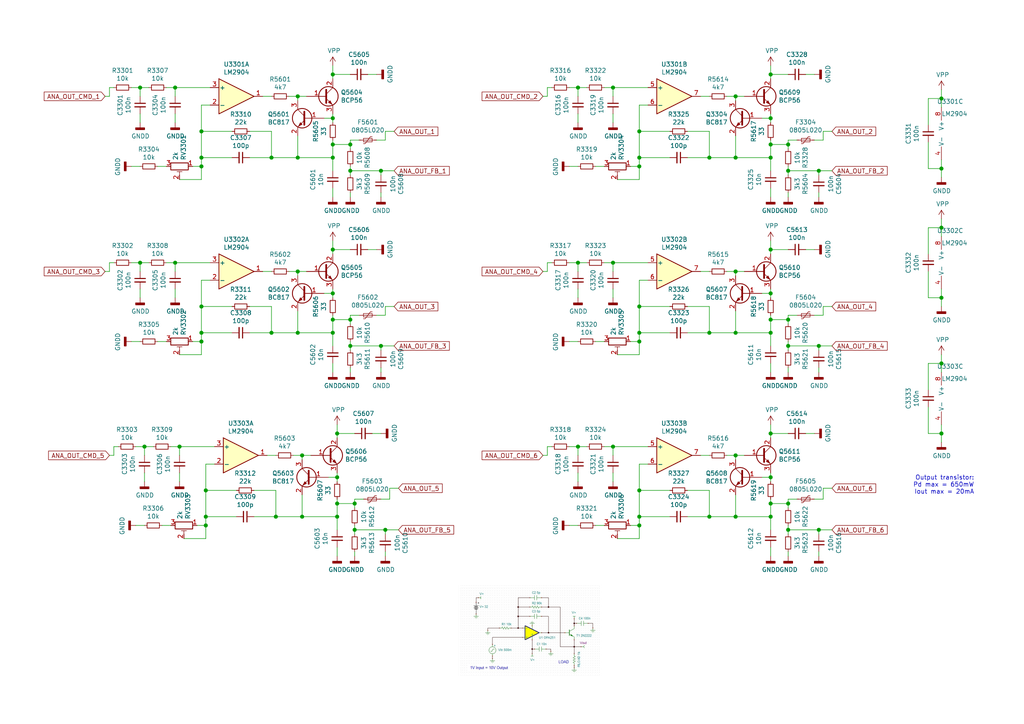
<source format=kicad_sch>
(kicad_sch (version 20211123) (generator eeschema)
  (paper "A4")
  (lib_symbols
    (symbol "Amplifier_Operational:LM2904" (pin_names (offset 0.127))
      (property "Reference" "U" (at 0 5.08 0))
      (property "Value" "LM2904" (at 0 -5.08 0))
      (symbol "LM2904_1_1"
        (pin output line (at 7.62 0 180) (length 2.54) (name "~") (number "1"))
        (pin input line (at -7.62 -2.54 0) (length 2.54) (name "-") (number "2"))
        (pin input line (at -7.62 2.54 0) (length 2.54) (name "+") (number "3"))
      )
      (symbol "LM2904_2_1"
        (pin input line (at -7.62 2.54 0) (length 2.54) (name "+") (number "5"))
        (pin input line (at -7.62 -2.54 0) (length 2.54) (name "-") (number "6"))
        (pin output line (at 7.62 0 180) (length 2.54) (name "~") (number "7"))
      )
      (symbol "LM2904_3_1"
        (pin power_in line (at -2.54 -7.62 90) (length 3.81) (name "V-") (number "4"))
        (pin power_in line (at -2.54 7.62 270) (length 3.81) (name "V+") (number "8"))
      )
    )
    (symbol "Device:C_Small" (pin_numbers hide) (pin_names (offset 0.254) hide)
      (property "Reference" "C" (at 0.254 1.778 0))
      (property "Value" "C_Small" (at 0.254 -2.032 0))
      (symbol "C_Small_1_1"
        (pin passive line (at 0 2.54 270) (length 2.032) (name "~") (number "1"))
        (pin passive line (at 0 -2.54 90) (length 2.032) (name "~") (number "2"))
      )
    )
    (symbol "Device:Polyfuse_Small" (pin_numbers hide) (pin_names (offset 0))
      (property "Reference" "F" (at -1.905 0 90))
      (property "Value" "Polyfuse_Small" (at 1.905 0 90))
      (symbol "Polyfuse_Small_1_1"
        (pin passive line (at 0 2.54 270) (length 0.635) (name "~") (number "1"))
        (pin passive line (at 0 -2.54 90) (length 0.635) (name "~") (number "2"))
      )
    )
    (symbol "Device:R_POT_TRIM" (pin_names (offset 1.016) hide)
      (property "Reference" "RV" (at -4.445 0 90))
      (property "Value" "R_POT_TRIM" (at -2.54 0 90))
      (symbol "R_POT_TRIM_1_1"
        (pin passive line (at 0 3.81 270) (length 1.27) (name "1") (number "1"))
        (pin passive line (at 3.81 0 180) (length 1.27) (name "2") (number "2"))
        (pin passive line (at 0 -3.81 90) (length 1.27) (name "3") (number "3"))
      )
    )
    (symbol "Device:R_Small" (pin_numbers hide) (pin_names (offset 0.254) hide)
      (property "Reference" "R" (at 0.762 0.508 0))
      (property "Value" "R_Small" (at 0.762 -1.016 0))
      (symbol "R_Small_1_1"
        (pin passive line (at 0 2.54 270) (length 0.762) (name "~") (number "1"))
        (pin passive line (at 0 -2.54 90) (length 0.762) (name "~") (number "2"))
      )
    )
    (symbol "Transistor_BJT:BC817" (pin_names (offset 0) hide)
      (property "Reference" "Q" (at 5.08 1.905 0))
      (property "Value" "BC817" (at 5.08 0 0))
      (symbol "BC817_1_1"
        (pin input line (at -5.08 0 0) (length 5.715) (name "B") (number "1"))
        (pin passive line (at 2.54 -5.08 90) (length 2.54) (name "E") (number "2"))
        (pin passive line (at 2.54 5.08 270) (length 2.54) (name "C") (number "3"))
      )
    )
    (symbol "Transistor_BJT:BCP56" (pin_names (offset 0) hide)
      (property "Reference" "Q" (at 5.08 1.905 0))
      (property "Value" "BCP56" (at 5.08 0 0))
      (symbol "BCP56_1_1"
        (pin input line (at -5.08 0 0) (length 5.715) (name "B") (number "1"))
        (pin passive line (at 2.54 5.08 270) (length 2.54) (name "C") (number "2"))
        (pin passive line (at 2.54 -5.08 90) (length 2.54) (name "E") (number "3"))
        (pin passive line (at 2.54 5.08 270) (length 2.54) hide (name "C") (number "4"))
      )
    )
    (symbol "power:GNDD" (power) (pin_names (offset 0))
      (property "Value" "GNDD" (at 0 -3.175 0))
      (symbol "GNDD_1_1"
        (pin power_in line (at 0 0 270) (length 0) hide (name "GNDD") (number "1"))
      )
    )
    (symbol "power:VPP" (power) (pin_names (offset 0))
      (property "Value" "VPP" (at 0 3.81 0))
      (symbol "VPP_1_1"
        (pin power_in line (at 0 0 90) (length 0) hide (name "VPP") (number "1"))
      )
    )
  )
  (junction (at 223.52 85.09) (diameter 1.016))
  (junction (at 59.69 142.24) (diameter 1.016))
  (junction (at 237.49 100.33) (diameter 1.016))
  (junction (at 110.49 100.33) (diameter 1.016))
  (junction (at 58.42 96.52) (diameter 1.016))
  (junction (at 167.64 76.2) (diameter 1.016))
  (junction (at 87.63 149.86) (diameter 1.016))
  (junction (at 96.52 21.59) (diameter 1.016))
  (junction (at 223.52 96.52) (diameter 1.016))
  (junction (at 177.8 25.4) (diameter 1.016))
  (junction (at 87.63 132.08) (diameter 1.016))
  (junction (at 59.69 152.4) (diameter 1.016))
  (junction (at 185.42 99.06) (diameter 1.016))
  (junction (at 213.36 27.94) (diameter 1.016))
  (junction (at 59.69 149.86) (diameter 1.016))
  (junction (at 58.42 88.9) (diameter 1.016))
  (junction (at 86.36 27.94) (diameter 1.016))
  (junction (at 237.49 153.67) (diameter 1.016))
  (junction (at 177.8 129.54) (diameter 1.016))
  (junction (at 101.6 92.71) (diameter 1.016))
  (junction (at 223.52 146.05) (diameter 1.016))
  (junction (at 96.52 41.91) (diameter 1.016))
  (junction (at 111.76 153.67) (diameter 1.016))
  (junction (at 50.8 76.2) (diameter 1.016))
  (junction (at 205.74 149.86) (diameter 1.016))
  (junction (at 101.6 41.91) (diameter 1.016))
  (junction (at 185.42 149.86) (diameter 1.016))
  (junction (at 223.52 125.73) (diameter 1.016))
  (junction (at 223.52 92.71) (diameter 1.016))
  (junction (at 185.42 142.24) (diameter 1.016))
  (junction (at 273.05 66.04) (diameter 1.016))
  (junction (at 97.79 125.73) (diameter 1.016))
  (junction (at 273.05 125.73) (diameter 1.016))
  (junction (at 86.36 45.72) (diameter 1.016))
  (junction (at 213.36 96.52) (diameter 1.016))
  (junction (at 213.36 132.08) (diameter 1.016))
  (junction (at 228.6 100.33) (diameter 1.016))
  (junction (at 228.6 153.67) (diameter 1.016))
  (junction (at 223.52 34.29) (diameter 1.016))
  (junction (at 58.42 48.26) (diameter 1.016))
  (junction (at 96.52 34.29) (diameter 1.016))
  (junction (at 185.42 45.72) (diameter 1.016))
  (junction (at 40.64 25.4) (diameter 1.016))
  (junction (at 228.6 146.05) (diameter 1.016))
  (junction (at 213.36 149.86) (diameter 1.016))
  (junction (at 228.6 49.53) (diameter 1.016))
  (junction (at 223.52 45.72) (diameter 1.016))
  (junction (at 97.79 138.43) (diameter 1.016))
  (junction (at 185.42 152.4) (diameter 1.016))
  (junction (at 96.52 92.71) (diameter 1.016))
  (junction (at 96.52 72.39) (diameter 1.016))
  (junction (at 58.42 45.72) (diameter 1.016))
  (junction (at 52.07 129.54) (diameter 1.016))
  (junction (at 40.64 76.2) (diameter 1.016))
  (junction (at 102.87 153.67) (diameter 1.016))
  (junction (at 58.42 38.1) (diameter 1.016))
  (junction (at 237.49 49.53) (diameter 1.016))
  (junction (at 273.05 28.575) (diameter 1.016))
  (junction (at 97.79 149.86) (diameter 1.016))
  (junction (at 86.36 96.52) (diameter 1.016))
  (junction (at 223.52 149.86) (diameter 1.016))
  (junction (at 97.79 146.05) (diameter 1.016))
  (junction (at 223.52 41.91) (diameter 1.016))
  (junction (at 80.01 149.86) (diameter 1.016))
  (junction (at 110.49 49.53) (diameter 1.016))
  (junction (at 228.6 92.71) (diameter 1.016))
  (junction (at 96.52 96.52) (diameter 1.016))
  (junction (at 228.6 41.91) (diameter 1.016))
  (junction (at 273.05 86.36) (diameter 1.016))
  (junction (at 41.91 129.54) (diameter 1.016))
  (junction (at 205.74 45.72) (diameter 1.016))
  (junction (at 185.42 88.9) (diameter 1.016))
  (junction (at 213.36 78.74) (diameter 1.016))
  (junction (at 177.8 76.2) (diameter 1.016))
  (junction (at 167.64 25.4) (diameter 1.016))
  (junction (at 86.36 78.74) (diameter 1.016))
  (junction (at 50.8 25.4) (diameter 1.016))
  (junction (at 78.74 45.72) (diameter 1.016))
  (junction (at 205.74 96.52) (diameter 1.016))
  (junction (at 185.42 38.1) (diameter 1.016))
  (junction (at 101.6 49.53) (diameter 1.016))
  (junction (at 185.42 96.52) (diameter 1.016))
  (junction (at 185.42 48.26) (diameter 1.016))
  (junction (at 96.52 85.09) (diameter 1.016))
  (junction (at 78.74 96.52) (diameter 1.016))
  (junction (at 58.42 99.06) (diameter 1.016))
  (junction (at 273.05 105.41) (diameter 1.016))
  (junction (at 167.64 129.54) (diameter 1.016))
  (junction (at 101.6 100.33) (diameter 1.016))
  (junction (at 102.87 146.05) (diameter 1.016))
  (junction (at 213.36 45.72) (diameter 1.016))
  (junction (at 223.52 138.43) (diameter 1.016))
  (junction (at 223.52 72.39) (diameter 1.016))
  (junction (at 273.05 48.895) (diameter 1.016))
  (junction (at 96.52 45.72) (diameter 1.016))
  (junction (at 223.52 21.59) (diameter 1.016))
  (wire (pts (xy 111.76 153.67) (xy 115.57 153.67)))
  (wire (pts (xy 223.52 96.52) (xy 223.52 100.33)))
  (wire (pts (xy 199.39 149.86) (xy 205.74 149.86)))
  (wire (pts (xy 228.6 100.33) (xy 228.6 101.6)))
  (wire (pts (xy 96.52 96.52) (xy 86.36 96.52)))
  (wire (pts (xy 39.37 129.54) (xy 41.91 129.54)))
  (wire (pts (xy 223.52 137.16) (xy 223.52 138.43)))
  (wire (pts (xy 228.6 48.26) (xy 228.6 49.53)))
  (wire (pts (xy 223.52 83.82) (xy 223.52 85.09)))
  (wire (pts (xy 273.05 86.36) (xy 273.05 83.82)))
  (wire (pts (xy 73.66 142.24) (xy 80.01 142.24)))
  (wire (pts (xy 59.69 134.62) (xy 62.23 134.62)))
  (wire (pts (xy 102.87 152.4) (xy 102.87 153.67)))
  (wire (pts (xy 185.42 30.48) (xy 185.42 38.1)))
  (wire (pts (xy 158.75 129.54) (xy 160.02 129.54)))
  (wire (pts (xy 177.8 76.2) (xy 187.96 76.2)))
  (wire (pts (xy 96.52 34.29) (xy 96.52 35.56)))
  (wire (pts (xy 185.42 134.62) (xy 185.42 142.24)))
  (wire (pts (xy 101.6 91.44) (xy 104.14 91.44)))
  (wire (pts (xy 199.39 142.24) (xy 205.74 142.24)))
  (wire (pts (xy 175.26 129.54) (xy 177.8 129.54)))
  (wire (pts (xy 223.52 91.44) (xy 223.52 92.71)))
  (wire (pts (xy 223.52 69.85) (xy 223.52 72.39)))
  (wire (pts (xy 185.42 99.06) (xy 185.42 102.87)))
  (wire (pts (xy 109.22 40.64) (xy 111.76 40.64)))
  (wire (pts (xy 228.6 40.64) (xy 231.14 40.64)))
  (wire (pts (xy 199.39 96.52) (xy 205.74 96.52)))
  (wire (pts (xy 223.52 34.29) (xy 223.52 35.56)))
  (wire (pts (xy 273.05 48.895) (xy 273.05 46.355)))
  (wire (pts (xy 33.02 129.54) (xy 34.29 129.54)))
  (wire (pts (xy 228.6 40.64) (xy 228.6 41.91)))
  (wire (pts (xy 194.31 142.24) (xy 185.42 142.24)))
  (wire (pts (xy 228.6 152.4) (xy 228.6 153.67)))
  (wire (pts (xy 40.64 76.2) (xy 40.64 78.74)))
  (wire (pts (xy 185.42 48.26) (xy 185.42 52.07)))
  (wire (pts (xy 269.24 86.36) (xy 273.05 86.36)))
  (wire (pts (xy 220.98 138.43) (xy 223.52 138.43)))
  (wire (pts (xy 58.42 38.1) (xy 58.42 45.72)))
  (wire (pts (xy 237.49 100.33) (xy 237.49 101.6)))
  (wire (pts (xy 106.68 72.39) (xy 109.22 72.39)))
  (wire (pts (xy 96.52 92.71) (xy 101.6 92.71)))
  (wire (pts (xy 86.36 78.74) (xy 88.9 78.74)))
  (wire (pts (xy 57.15 152.4) (xy 59.69 152.4)))
  (wire (pts (xy 185.42 81.28) (xy 185.42 88.9)))
  (wire (pts (xy 50.8 25.4) (xy 50.8 27.94)))
  (wire (pts (xy 223.52 105.41) (xy 223.52 107.95)))
  (wire (pts (xy 101.6 49.53) (xy 101.6 50.8)))
  (wire (pts (xy 210.82 132.08) (xy 213.36 132.08)))
  (wire (pts (xy 58.42 30.48) (xy 58.42 38.1)))
  (wire (pts (xy 203.2 132.08) (xy 205.74 132.08)))
  (wire (pts (xy 228.6 91.44) (xy 231.14 91.44)))
  (wire (pts (xy 102.87 144.78) (xy 102.87 146.05)))
  (wire (pts (xy 185.42 152.4) (xy 185.42 149.86)))
  (wire (pts (xy 101.6 49.53) (xy 110.49 49.53)))
  (wire (pts (xy 33.02 132.08) (xy 33.02 129.54)))
  (wire (pts (xy 213.36 27.94) (xy 215.9 27.94)))
  (wire (pts (xy 199.39 88.9) (xy 205.74 88.9)))
  (wire (pts (xy 97.79 125.73) (xy 102.87 125.73)))
  (wire (pts (xy 96.52 72.39) (xy 101.6 72.39)))
  (wire (pts (xy 97.79 158.75) (xy 97.79 161.29)))
  (wire (pts (xy 73.66 149.86) (xy 80.01 149.86)))
  (wire (pts (xy 165.1 25.4) (xy 167.64 25.4)))
  (wire (pts (xy 87.63 149.86) (xy 80.01 149.86)))
  (wire (pts (xy 97.79 146.05) (xy 102.87 146.05)))
  (wire (pts (xy 110.49 55.88) (xy 110.49 57.15)))
  (wire (pts (xy 72.39 88.9) (xy 78.74 88.9)))
  (wire (pts (xy 238.76 38.1) (xy 238.76 40.64)))
  (wire (pts (xy 241.3 38.1) (xy 238.76 38.1)))
  (wire (pts (xy 97.79 149.86) (xy 97.79 153.67)))
  (wire (pts (xy 53.34 156.21) (xy 59.69 156.21)))
  (wire (pts (xy 55.88 48.26) (xy 58.42 48.26)))
  (wire (pts (xy 87.63 132.08) (xy 87.63 133.35)))
  (wire (pts (xy 223.52 19.05) (xy 223.52 21.59)))
  (wire (pts (xy 111.76 38.1) (xy 111.76 40.64)))
  (wire (pts (xy 114.3 38.1) (xy 111.76 38.1)))
  (wire (pts (xy 273.05 105.41) (xy 273.05 107.95)))
  (wire (pts (xy 237.49 160.02) (xy 237.49 161.29)))
  (wire (pts (xy 185.42 96.52) (xy 194.31 96.52)))
  (wire (pts (xy 40.64 99.06) (xy 38.1 99.06)))
  (wire (pts (xy 96.52 45.72) (xy 96.52 49.53)))
  (wire (pts (xy 167.64 137.16) (xy 167.64 139.7)))
  (wire (pts (xy 101.6 40.64) (xy 104.14 40.64)))
  (wire (pts (xy 40.64 25.4) (xy 43.18 25.4)))
  (wire (pts (xy 106.68 21.59) (xy 109.22 21.59)))
  (wire (pts (xy 220.98 85.09) (xy 223.52 85.09)))
  (wire (pts (xy 95.25 138.43) (xy 97.79 138.43)))
  (wire (pts (xy 96.52 85.09) (xy 96.52 86.36)))
  (wire (pts (xy 223.52 92.71) (xy 228.6 92.71)))
  (wire (pts (xy 48.26 48.26) (xy 45.72 48.26)))
  (wire (pts (xy 49.53 152.4) (xy 46.99 152.4)))
  (wire (pts (xy 31.75 25.4) (xy 33.02 25.4)))
  (wire (pts (xy 223.52 92.71) (xy 223.52 96.52)))
  (wire (pts (xy 228.6 160.02) (xy 228.6 161.29)))
  (wire (pts (xy 93.98 34.29) (xy 96.52 34.29)))
  (wire (pts (xy 87.63 132.08) (xy 90.17 132.08)))
  (wire (pts (xy 175.26 99.06) (xy 172.72 99.06)))
  (wire (pts (xy 167.64 25.4) (xy 167.64 27.94)))
  (wire (pts (xy 158.75 78.74) (xy 158.75 76.2)))
  (wire (pts (xy 52.07 129.54) (xy 52.07 132.08)))
  (wire (pts (xy 83.82 27.94) (xy 86.36 27.94)))
  (wire (pts (xy 213.36 78.74) (xy 215.9 78.74)))
  (wire (pts (xy 220.98 34.29) (xy 223.52 34.29)))
  (wire (pts (xy 273.05 28.575) (xy 273.05 26.035)))
  (wire (pts (xy 55.88 99.06) (xy 58.42 99.06)))
  (wire (pts (xy 157.48 132.08) (xy 158.75 132.08)))
  (wire (pts (xy 238.76 88.9) (xy 238.76 91.44)))
  (wire (pts (xy 241.3 88.9) (xy 238.76 88.9)))
  (wire (pts (xy 86.36 45.72) (xy 78.74 45.72)))
  (wire (pts (xy 102.87 144.78) (xy 105.41 144.78)))
  (wire (pts (xy 59.69 142.24) (xy 59.69 149.86)))
  (wire (pts (xy 228.6 100.33) (xy 237.49 100.33)))
  (wire (pts (xy 237.49 55.88) (xy 237.49 57.15)))
  (wire (pts (xy 223.52 72.39) (xy 228.6 72.39)))
  (wire (pts (xy 238.76 141.605) (xy 238.76 144.78)))
  (wire (pts (xy 241.3 141.605) (xy 238.76 141.605)))
  (wire (pts (xy 194.31 38.1) (xy 185.42 38.1)))
  (wire (pts (xy 101.6 41.91) (xy 101.6 43.18)))
  (wire (pts (xy 101.6 40.64) (xy 101.6 41.91)))
  (wire (pts (xy 158.75 76.2) (xy 160.02 76.2)))
  (wire (pts (xy 167.64 48.26) (xy 165.1 48.26)))
  (wire (pts (xy 77.47 132.08) (xy 80.01 132.08)))
  (wire (pts (xy 167.64 83.82) (xy 167.64 86.36)))
  (wire (pts (xy 273.05 48.895) (xy 273.05 51.435)))
  (wire (pts (xy 96.52 91.44) (xy 96.52 92.71)))
  (wire (pts (xy 167.64 33.02) (xy 167.64 35.56)))
  (wire (pts (xy 58.42 48.26) (xy 58.42 52.07)))
  (wire (pts (xy 59.69 149.86) (xy 68.58 149.86)))
  (wire (pts (xy 177.8 25.4) (xy 187.96 25.4)))
  (wire (pts (xy 59.69 152.4) (xy 59.69 156.21)))
  (wire (pts (xy 48.26 99.06) (xy 45.72 99.06)))
  (wire (pts (xy 223.52 149.86) (xy 223.52 153.67)))
  (wire (pts (xy 97.79 146.05) (xy 97.79 149.86)))
  (wire (pts (xy 236.22 144.78) (xy 238.76 144.78)))
  (wire (pts (xy 101.6 100.33) (xy 101.6 101.6)))
  (wire (pts (xy 185.42 48.26) (xy 185.42 45.72)))
  (wire (pts (xy 223.52 85.09) (xy 223.52 86.36)))
  (wire (pts (xy 269.24 73.66) (xy 269.24 66.04)))
  (wire (pts (xy 102.87 153.67) (xy 102.87 154.94)))
  (wire (pts (xy 213.36 90.17) (xy 213.36 96.52)))
  (wire (pts (xy 210.82 78.74) (xy 213.36 78.74)))
  (wire (pts (xy 52.07 52.07) (xy 58.42 52.07)))
  (wire (pts (xy 96.52 45.72) (xy 86.36 45.72)))
  (wire (pts (xy 213.36 27.94) (xy 213.36 29.21)))
  (wire (pts (xy 177.8 33.02) (xy 177.8 35.56)))
  (wire (pts (xy 97.79 138.43) (xy 97.79 139.7)))
  (wire (pts (xy 97.79 123.19) (xy 97.79 125.73)))
  (wire (pts (xy 50.8 25.4) (xy 60.96 25.4)))
  (wire (pts (xy 58.42 96.52) (xy 67.31 96.52)))
  (wire (pts (xy 31.75 132.08) (xy 33.02 132.08)))
  (wire (pts (xy 76.2 27.94) (xy 78.74 27.94)))
  (wire (pts (xy 269.24 36.195) (xy 269.24 28.575)))
  (wire (pts (xy 167.64 76.2) (xy 167.64 78.74)))
  (wire (pts (xy 185.42 38.1) (xy 185.42 45.72)))
  (wire (pts (xy 110.49 49.53) (xy 114.3 49.53)))
  (wire (pts (xy 31.75 27.94) (xy 31.75 25.4)))
  (wire (pts (xy 205.74 38.1) (xy 205.74 45.72)))
  (wire (pts (xy 273.05 66.04) (xy 273.05 68.58)))
  (wire (pts (xy 41.91 137.16) (xy 41.91 139.7)))
  (wire (pts (xy 165.1 129.54) (xy 167.64 129.54)))
  (wire (pts (xy 236.22 91.44) (xy 238.76 91.44)))
  (wire (pts (xy 50.8 76.2) (xy 60.96 76.2)))
  (wire (pts (xy 167.64 76.2) (xy 170.18 76.2)))
  (wire (pts (xy 96.52 105.41) (xy 96.52 107.95)))
  (wire (pts (xy 185.42 142.24) (xy 185.42 149.86)))
  (wire (pts (xy 185.42 152.4) (xy 185.42 156.21)))
  (wire (pts (xy 223.52 45.72) (xy 223.52 49.53)))
  (wire (pts (xy 96.52 21.59) (xy 101.6 21.59)))
  (wire (pts (xy 228.6 99.06) (xy 228.6 100.33)))
  (wire (pts (xy 41.91 152.4) (xy 39.37 152.4)))
  (wire (pts (xy 228.6 92.71) (xy 228.6 93.98)))
  (wire (pts (xy 237.49 100.33) (xy 241.3 100.33)))
  (wire (pts (xy 86.36 90.17) (xy 86.36 96.52)))
  (wire (pts (xy 203.2 78.74) (xy 205.74 78.74)))
  (wire (pts (xy 158.75 25.4) (xy 160.02 25.4)))
  (wire (pts (xy 41.91 129.54) (xy 44.45 129.54)))
  (wire (pts (xy 177.8 129.54) (xy 177.8 132.08)))
  (wire (pts (xy 167.64 129.54) (xy 167.64 132.08)))
  (wire (pts (xy 85.09 132.08) (xy 87.63 132.08)))
  (wire (pts (xy 213.36 132.08) (xy 215.9 132.08)))
  (wire (pts (xy 199.39 45.72) (xy 205.74 45.72)))
  (wire (pts (xy 185.42 30.48) (xy 187.96 30.48)))
  (wire (pts (xy 269.24 28.575) (xy 273.05 28.575)))
  (wire (pts (xy 87.63 143.51) (xy 87.63 149.86)))
  (wire (pts (xy 273.05 105.41) (xy 273.05 102.87)))
  (wire (pts (xy 213.36 45.72) (xy 205.74 45.72)))
  (wire (pts (xy 101.6 106.68) (xy 101.6 107.95)))
  (wire (pts (xy 223.52 41.91) (xy 228.6 41.91)))
  (wire (pts (xy 228.6 106.68) (xy 228.6 107.95)))
  (wire (pts (xy 273.05 125.73) (xy 273.05 128.27)))
  (wire (pts (xy 72.39 38.1) (xy 78.74 38.1)))
  (wire (pts (xy 237.49 49.53) (xy 237.49 50.8)))
  (wire (pts (xy 179.07 52.07) (xy 185.42 52.07)))
  (wire (pts (xy 223.52 96.52) (xy 213.36 96.52)))
  (wire (pts (xy 177.8 129.54) (xy 187.96 129.54)))
  (wire (pts (xy 228.6 144.78) (xy 228.6 146.05)))
  (wire (pts (xy 213.36 96.52) (xy 205.74 96.52)))
  (wire (pts (xy 101.6 91.44) (xy 101.6 92.71)))
  (wire (pts (xy 86.36 39.37) (xy 86.36 45.72)))
  (wire (pts (xy 31.75 76.2) (xy 33.02 76.2)))
  (wire (pts (xy 269.24 118.11) (xy 269.24 125.73)))
  (wire (pts (xy 86.36 96.52) (xy 78.74 96.52)))
  (wire (pts (xy 111.76 160.02) (xy 111.76 161.29)))
  (wire (pts (xy 182.88 48.26) (xy 185.42 48.26)))
  (wire (pts (xy 38.1 25.4) (xy 40.64 25.4)))
  (wire (pts (xy 96.52 96.52) (xy 96.52 100.33)))
  (wire (pts (xy 52.07 102.87) (xy 58.42 102.87)))
  (wire (pts (xy 182.88 152.4) (xy 185.42 152.4)))
  (wire (pts (xy 228.6 91.44) (xy 228.6 92.71)))
  (wire (pts (xy 50.8 33.02) (xy 50.8 35.56)))
  (wire (pts (xy 205.74 88.9) (xy 205.74 96.52)))
  (wire (pts (xy 102.87 146.05) (xy 102.87 147.32)))
  (wire (pts (xy 96.52 69.85) (xy 96.52 72.39)))
  (wire (pts (xy 40.64 48.26) (xy 38.1 48.26)))
  (wire (pts (xy 179.07 156.21) (xy 185.42 156.21)))
  (wire (pts (xy 96.52 21.59) (xy 96.52 22.86)))
  (wire (pts (xy 80.01 142.24) (xy 80.01 149.86)))
  (wire (pts (xy 203.2 27.94) (xy 205.74 27.94)))
  (wire (pts (xy 158.75 132.08) (xy 158.75 129.54)))
  (wire (pts (xy 107.95 125.73) (xy 110.49 125.73)))
  (wire (pts (xy 228.6 153.67) (xy 228.6 154.94)))
  (wire (pts (xy 205.74 142.24) (xy 205.74 149.86)))
  (wire (pts (xy 185.42 134.62) (xy 187.96 134.62)))
  (wire (pts (xy 213.36 143.51) (xy 213.36 149.86)))
  (wire (pts (xy 97.79 125.73) (xy 97.79 127)))
  (wire (pts (xy 96.52 41.91) (xy 101.6 41.91)))
  (wire (pts (xy 40.64 76.2) (xy 43.18 76.2)))
  (wire (pts (xy 177.8 137.16) (xy 177.8 139.7)))
  (wire (pts (xy 228.6 55.88) (xy 228.6 57.15)))
  (wire (pts (xy 97.79 144.78) (xy 97.79 146.05)))
  (wire (pts (xy 223.52 33.02) (xy 223.52 34.29)))
  (wire (pts (xy 223.52 146.05) (xy 228.6 146.05)))
  (wire (pts (xy 101.6 99.06) (xy 101.6 100.33)))
  (wire (pts (xy 223.52 138.43) (xy 223.52 139.7)))
  (wire (pts (xy 101.6 55.88) (xy 101.6 57.15)))
  (wire (pts (xy 237.49 49.53) (xy 241.3 49.53)))
  (wire (pts (xy 96.52 54.61) (xy 96.52 57.15)))
  (wire (pts (xy 273.05 86.36) (xy 273.05 88.9)))
  (wire (pts (xy 72.39 45.72) (xy 78.74 45.72)))
  (wire (pts (xy 78.74 38.1) (xy 78.74 45.72)))
  (wire (pts (xy 110.49 100.33) (xy 114.3 100.33)))
  (wire (pts (xy 199.39 38.1) (xy 205.74 38.1)))
  (wire (pts (xy 175.26 25.4) (xy 177.8 25.4)))
  (wire (pts (xy 40.64 25.4) (xy 40.64 27.94)))
  (wire (pts (xy 223.52 21.59) (xy 223.52 22.86)))
  (wire (pts (xy 78.74 88.9) (xy 78.74 96.52)))
  (wire (pts (xy 110.49 100.33) (xy 110.49 101.6)))
  (wire (pts (xy 167.64 152.4) (xy 165.1 152.4)))
  (wire (pts (xy 58.42 48.26) (xy 58.42 45.72)))
  (wire (pts (xy 167.64 129.54) (xy 170.18 129.54)))
  (wire (pts (xy 158.75 27.94) (xy 158.75 25.4)))
  (wire (pts (xy 58.42 81.28) (xy 58.42 88.9)))
  (wire (pts (xy 269.24 105.41) (xy 273.05 105.41)))
  (wire (pts (xy 269.24 125.73) (xy 273.05 125.73)))
  (wire (pts (xy 96.52 33.02) (xy 96.52 34.29)))
  (wire (pts (xy 59.69 152.4) (xy 59.69 149.86)))
  (wire (pts (xy 269.24 66.04) (xy 273.05 66.04)))
  (wire (pts (xy 93.98 85.09) (xy 96.52 85.09)))
  (wire (pts (xy 228.6 146.05) (xy 228.6 147.32)))
  (wire (pts (xy 50.8 83.82) (xy 50.8 86.36)))
  (wire (pts (xy 223.52 41.91) (xy 223.52 45.72)))
  (wire (pts (xy 233.68 72.39) (xy 236.22 72.39)))
  (wire (pts (xy 237.49 106.68) (xy 237.49 107.95)))
  (wire (pts (xy 41.91 129.54) (xy 41.91 132.08)))
  (wire (pts (xy 40.64 33.02) (xy 40.64 35.56)))
  (wire (pts (xy 182.88 99.06) (xy 185.42 99.06)))
  (wire (pts (xy 67.31 88.9) (xy 58.42 88.9)))
  (wire (pts (xy 237.49 153.67) (xy 241.3 153.67)))
  (wire (pts (xy 213.36 78.74) (xy 213.36 80.01)))
  (wire (pts (xy 30.48 78.74) (xy 31.75 78.74)))
  (wire (pts (xy 52.07 137.16) (xy 52.07 139.7)))
  (wire (pts (xy 110.49 144.78) (xy 113.03 144.78)))
  (wire (pts (xy 40.64 83.82) (xy 40.64 86.36)))
  (wire (pts (xy 31.75 78.74) (xy 31.75 76.2)))
  (wire (pts (xy 223.52 125.73) (xy 228.6 125.73)))
  (wire (pts (xy 96.52 41.91) (xy 96.52 45.72)))
  (wire (pts (xy 223.52 72.39) (xy 223.52 73.66)))
  (wire (pts (xy 269.24 41.275) (xy 269.24 48.895)))
  (wire (pts (xy 175.26 152.4) (xy 172.72 152.4)))
  (wire (pts (xy 185.42 99.06) (xy 185.42 96.52)))
  (wire (pts (xy 110.49 49.53) (xy 110.49 50.8)))
  (wire (pts (xy 157.48 78.74) (xy 158.75 78.74)))
  (wire (pts (xy 223.52 144.78) (xy 223.52 146.05)))
  (wire (pts (xy 223.52 45.72) (xy 213.36 45.72)))
  (wire (pts (xy 213.36 149.86) (xy 205.74 149.86)))
  (wire (pts (xy 83.82 78.74) (xy 86.36 78.74)))
  (wire (pts (xy 228.6 153.67) (xy 237.49 153.67)))
  (wire (pts (xy 97.79 137.16) (xy 97.79 138.43)))
  (wire (pts (xy 86.36 78.74) (xy 86.36 80.01)))
  (wire (pts (xy 210.82 27.94) (xy 213.36 27.94)))
  (wire (pts (xy 236.22 40.64) (xy 238.76 40.64)))
  (wire (pts (xy 157.48 27.94) (xy 158.75 27.94)))
  (wire (pts (xy 223.52 123.19) (xy 223.52 125.73)))
  (wire (pts (xy 38.1 76.2) (xy 40.64 76.2)))
  (wire (pts (xy 58.42 99.06) (xy 58.42 102.87)))
  (wire (pts (xy 185.42 45.72) (xy 194.31 45.72)))
  (wire (pts (xy 177.8 83.82) (xy 177.8 86.36)))
  (wire (pts (xy 48.26 25.4) (xy 50.8 25.4)))
  (wire (pts (xy 185.42 149.86) (xy 194.31 149.86)))
  (wire (pts (xy 49.53 129.54) (xy 52.07 129.54)))
  (wire (pts (xy 185.42 81.28) (xy 187.96 81.28)))
  (wire (pts (xy 30.48 27.94) (xy 31.75 27.94)))
  (wire (pts (xy 269.24 48.895) (xy 273.05 48.895)))
  (wire (pts (xy 96.52 19.05) (xy 96.52 21.59)))
  (wire (pts (xy 101.6 100.33) (xy 110.49 100.33)))
  (wire (pts (xy 67.31 38.1) (xy 58.42 38.1)))
  (wire (pts (xy 102.87 153.67) (xy 111.76 153.67)))
  (wire (pts (xy 223.52 149.86) (xy 213.36 149.86)))
  (wire (pts (xy 96.52 72.39) (xy 96.52 73.66)))
  (wire (pts (xy 96.52 92.71) (xy 96.52 96.52)))
  (wire (pts (xy 269.24 78.74) (xy 269.24 86.36)))
  (wire (pts (xy 228.6 49.53) (xy 237.49 49.53)))
  (wire (pts (xy 58.42 30.48) (xy 60.96 30.48)))
  (wire (pts (xy 228.6 144.78) (xy 231.14 144.78)))
  (wire (pts (xy 58.42 88.9) (xy 58.42 96.52)))
  (wire (pts (xy 223.52 146.05) (xy 223.52 149.86)))
  (wire (pts (xy 223.52 21.59) (xy 228.6 21.59)))
  (wire (pts (xy 273.05 125.73) (xy 273.05 123.19)))
  (wire (pts (xy 96.52 83.82) (xy 96.52 85.09)))
  (wire (pts (xy 101.6 48.26) (xy 101.6 49.53)))
  (wire (pts (xy 223.52 125.73) (xy 223.52 127)))
  (wire (pts (xy 165.1 76.2) (xy 167.64 76.2)))
  (wire (pts (xy 110.49 106.68) (xy 110.49 107.95)))
  (wire (pts (xy 113.03 141.605) (xy 113.03 144.78)))
  (wire (pts (xy 115.57 141.605) (xy 113.03 141.605)))
  (wire (pts (xy 167.64 25.4) (xy 170.18 25.4)))
  (wire (pts (xy 233.68 125.73) (xy 236.22 125.73)))
  (wire (pts (xy 269.24 113.03) (xy 269.24 105.41)))
  (wire (pts (xy 86.36 27.94) (xy 86.36 29.21)))
  (wire (pts (xy 175.26 76.2) (xy 177.8 76.2)))
  (wire (pts (xy 111.76 153.67) (xy 111.76 154.94)))
  (wire (pts (xy 223.52 54.61) (xy 223.52 57.15)))
  (wire (pts (xy 194.31 88.9) (xy 185.42 88.9)))
  (wire (pts (xy 167.64 99.06) (xy 165.1 99.06)))
  (wire (pts (xy 175.26 48.26) (xy 172.72 48.26)))
  (wire (pts (xy 59.69 134.62) (xy 59.69 142.24)))
  (wire (pts (xy 58.42 81.28) (xy 60.96 81.28)))
  (wire (pts (xy 185.42 88.9) (xy 185.42 96.52)))
  (wire (pts (xy 177.8 25.4) (xy 177.8 27.94)))
  (wire (pts (xy 228.6 49.53) (xy 228.6 50.8)))
  (wire (pts (xy 58.42 45.72) (xy 67.31 45.72)))
  (wire (pts (xy 237.49 153.67) (xy 237.49 154.94)))
  (wire (pts (xy 76.2 78.74) (xy 78.74 78.74)))
  (wire (pts (xy 111.76 88.9) (xy 111.76 91.44)))
  (wire (pts (xy 114.3 88.9) (xy 111.76 88.9)))
  (wire (pts (xy 228.6 41.91) (xy 228.6 43.18)))
  (wire (pts (xy 213.36 39.37) (xy 213.36 45.72)))
  (wire (pts (xy 179.07 102.87) (xy 185.42 102.87)))
  (wire (pts (xy 109.22 91.44) (xy 111.76 91.44)))
  (wire (pts (xy 48.26 76.2) (xy 50.8 76.2)))
  (wire (pts (xy 102.87 160.02) (xy 102.87 161.29)))
  (wire (pts (xy 58.42 99.06) (xy 58.42 96.52)))
  (wire (pts (xy 101.6 92.71) (xy 101.6 93.98)))
  (wire (pts (xy 233.68 21.59) (xy 236.22 21.59)))
  (wire (pts (xy 86.36 27.94) (xy 88.9 27.94)))
  (wire (pts (xy 223.52 158.75) (xy 223.52 161.29)))
  (wire (pts (xy 177.8 76.2) (xy 177.8 78.74)))
  (wire (pts (xy 213.36 132.08) (xy 213.36 133.35)))
  (wire (pts (xy 96.52 40.64) (xy 96.52 41.91)))
  (wire (pts (xy 50.8 76.2) (xy 50.8 78.74)))
  (wire (pts (xy 68.58 142.24) (xy 59.69 142.24)))
  (wire (pts (xy 273.05 28.575) (xy 273.05 31.115)))
  (wire (pts (xy 97.79 149.86) (xy 87.63 149.86)))
  (wire (pts (xy 273.05 66.04) (xy 273.05 63.5)))
  (wire (pts (xy 223.52 40.64) (xy 223.52 41.91)))
  (wire (pts (xy 52.07 129.54) (xy 62.23 129.54)))
  (wire (pts (xy 72.39 96.52) (xy 78.74 96.52)))
  (image (at 153.67 182.88))
  (text "Output transistor:\nPd max = 650mW\nIout max = 20mA" (at 282.575 143.51 180) (effects (font (size 1.27 1.27)) (justify right bottom)))
  (global_label "ANA_OUT_FB_1" (shape input) (at 114.3 49.53 0) (property "Intersheet References" "${INTERSHEET_REFS}" (effects hide)))
  (global_label "ANA_OUT_FB_2" (shape input) (at 241.3 49.53 0) (property "Intersheet References" "${INTERSHEET_REFS}" (effects hide)))
  (global_label "ANA_OUT_4" (shape input) (at 241.3 88.9 0) (property "Intersheet References" "${INTERSHEET_REFS}" (effects hide)))
  (global_label "ANA_OUT_1" (shape input) (at 114.3 38.1 0) (property "Intersheet References" "${INTERSHEET_REFS}" (effects hide)))
  (global_label "ANA_OUT_3" (shape input) (at 114.3 88.9 0) (property "Intersheet References" "${INTERSHEET_REFS}" (effects hide)))
  (global_label "ANA_OUT_CMD_1" (shape input) (at 30.48 27.94 180) (property "Intersheet References" "${INTERSHEET_REFS}" (effects hide)))
  (global_label "ANA_OUT_6" (shape input) (at 241.3 141.605 0) (property "Intersheet References" "${INTERSHEET_REFS}" (effects hide)))
  (global_label "ANA_OUT_CMD_6" (shape input) (at 157.48 132.08 180) (property "Intersheet References" "${INTERSHEET_REFS}" (effects hide)))
  (global_label "ANA_OUT_5" (shape input) (at 115.57 141.605 0) (property "Intersheet References" "${INTERSHEET_REFS}" (effects hide)))
  (global_label "ANA_OUT_FB_5" (shape input) (at 115.57 153.67 0) (property "Intersheet References" "${INTERSHEET_REFS}" (effects hide)))
  (global_label "ANA_OUT_CMD_2" (shape input) (at 157.48 27.94 180) (property "Intersheet References" "${INTERSHEET_REFS}" (effects hide)))
  (global_label "ANA_OUT_FB_4" (shape input) (at 241.3 100.33 0) (property "Intersheet References" "${INTERSHEET_REFS}" (effects hide)))
  (global_label "ANA_OUT_CMD_3" (shape input) (at 30.48 78.74 180) (property "Intersheet References" "${INTERSHEET_REFS}" (effects hide)))
  (global_label "ANA_OUT_FB_6" (shape input) (at 241.3 153.67 0) (property "Intersheet References" "${INTERSHEET_REFS}" (effects hide)))
  (global_label "ANA_OUT_FB_3" (shape input) (at 114.3 100.33 0) (property "Intersheet References" "${INTERSHEET_REFS}" (effects hide)))
  (global_label "ANA_OUT_CMD_5" (shape input) (at 31.75 132.08 180) (property "Intersheet References" "${INTERSHEET_REFS}" (effects hide)))
  (global_label "ANA_OUT_2" (shape input) (at 241.3 38.1 0) (property "Intersheet References" "${INTERSHEET_REFS}" (effects hide)))
  (global_label "ANA_OUT_CMD_4" (shape input) (at 157.48 78.74 180) (property "Intersheet References" "${INTERSHEET_REFS}" (effects hide)))
  (symbol (lib_id "Device:R_POT_TRIM") (at 179.07 99.06 270) (unit 1)
    (property "Reference" "RV3305" (at 180.2194 97.282 0) (effects (justify right)))
    (property "Value" "2k" (at 177.921 97.282 0) (effects (justify right)))
    (property "Footprint" "Potentiometer_THT:Potentiometer_Vishay_T73XX_Horizontal" (effects hide))
  )
  (symbol (lib_id "power:GNDD") (at 167.64 86.36 0) (unit 1)
    (property "Reference" "#PWR03326" (effects hide))
    (property "Value" "GNDD" (at 167.7416 90.297 0))
  )
  (symbol (lib_id "Device:R_Small") (at 97.79 142.24 180) (unit 1)
    (property "Reference" "R5607" (at 92.8432 142.24 90))
    (property "Value" "33" (at 95.142 142.24 90))
    (property "Footprint" "Resistor_SMD:R_0603_1608Metric" (effects hide))
  )
  (symbol (lib_id "Device:R_Small") (at 170.18 48.26 90) (unit 1)
    (property "Reference" "R3319" (at 170.18 43.3132 90))
    (property "Value" "10k" (at 170.18 45.612 90))
    (property "Footprint" "Resistor_SMD:R_0603_1608Metric" (effects hide))
  )
  (symbol (lib_id "Device:R_Small") (at 44.45 152.4 90) (unit 1)
    (property "Reference" "R3306" (at 44.45 147.4532 90))
    (property "Value" "10k" (at 44.45 149.752 90))
    (property "Footprint" "Resistor_SMD:R_0603_1608Metric" (effects hide))
  )
  (symbol (lib_id "power:GNDD") (at 273.05 51.435 0) (unit 1)
    (property "Reference" "#PWR03344" (effects hide))
    (property "Value" "GNDD" (at 273.1516 55.372 0))
  )
  (symbol (lib_id "Device:R_Small") (at 82.55 132.08 90) (unit 1)
    (property "Reference" "R5603" (at 82.55 127.1332 90))
    (property "Value" "4k7" (at 82.55 129.432 90))
    (property "Footprint" "Resistor_SMD:R_0603_1608Metric" (effects hide))
  )
  (symbol (lib_id "power:GNDD") (at 109.22 21.59 90) (unit 1)
    (property "Reference" "#PWR05612" (effects hide))
    (property "Value" "GNDD" (at 113.157 21.4884 0))
  )
  (symbol (lib_id "Device:C_Small") (at 231.14 72.39 90) (mirror x) (unit 1)
    (property "Reference" "C5613" (at 231.14 66.6177 90))
    (property "Value" "100n" (at 231.14 68.916 90))
    (property "Footprint" "Capacitor_SMD:C_0603_1608Metric" (effects hide))
  )
  (symbol (lib_id "Device:C_Small") (at 41.91 134.62 0) (unit 1)
    (property "Reference" "C3303" (at 36.1377 134.62 90))
    (property "Value" "100n" (at 38.436 134.62 90))
    (property "Footprint" "Capacitor_SMD:C_0603_1608Metric" (effects hide))
  )
  (symbol (lib_id "Device:R_Small") (at 45.72 76.2 90) (unit 1)
    (property "Reference" "R3308" (at 45.72 71.2532 90))
    (property "Value" "10k" (at 45.72 73.552 90))
    (property "Footprint" "Resistor_SMD:R_0603_1608Metric" (effects hide))
  )
  (symbol (lib_id "power:GNDD") (at 167.64 35.56 0) (unit 1)
    (property "Reference" "#PWR03325" (effects hide))
    (property "Value" "GNDD" (at 167.7416 39.497 0))
  )
  (symbol (lib_id "Device:Polyfuse_Small") (at 233.68 40.64 270) (unit 1)
    (property "Reference" "F3304" (at 233.68 35.433 90))
    (property "Value" "0805L020" (at 233.68 37.7444 90))
    (property "Footprint" "Fuse:Fuse_0805_2012Metric" (effects hide))
  )
  (symbol (lib_id "Device:R_Small") (at 102.87 149.86 0) (mirror x) (unit 1)
    (property "Reference" "R5612" (at 107.8168 149.86 90))
    (property "Value" "10k" (at 105.518 149.86 90))
    (property "Footprint" "Resistor_SMD:R_0603_1608Metric" (effects hide))
  )
  (symbol (lib_id "power:GNDD") (at 237.49 161.29 0) (unit 1)
    (property "Reference" "#PWR05627" (effects hide))
    (property "Value" "GNDD" (at 237.5916 165.227 0))
  )
  (symbol (lib_id "Device:C_Small") (at 104.14 72.39 90) (mirror x) (unit 1)
    (property "Reference" "C5606" (at 104.14 66.6177 90))
    (property "Value" "100n" (at 104.14 68.916 90))
    (property "Footprint" "Capacitor_SMD:C_0603_1608Metric" (effects hide))
  )
  (symbol (lib_id "Device:R_Small") (at 162.56 76.2 90) (unit 1)
    (property "Reference" "R3317" (at 162.56 71.2532 90))
    (property "Value" "10k" (at 162.56 73.552 90))
    (property "Footprint" "Resistor_SMD:R_0603_1608Metric" (effects hide))
  )
  (symbol (lib_id "Device:R_Small") (at 43.18 48.26 90) (unit 1)
    (property "Reference" "R3304" (at 43.18 43.3132 90))
    (property "Value" "10k" (at 43.18 45.612 90))
    (property "Footprint" "Resistor_SMD:R_0603_1608Metric" (effects hide))
  )
  (symbol (lib_id "Transistor_BJT:BCP56") (at 95.25 132.08 0) (unit 1)
    (property "Reference" "Q5606" (at 100.1015 130.9306 0) (effects (justify left)))
    (property "Value" "BCP56" (at 100.1015 133.2293 0) (effects (justify left)))
    (property "Footprint" "Package_TO_SOT_SMD:SOT-223" (effects hide))
    (property "Datasheet" "http://cache.nxp.com/documents/data_sheet/BCP56_BCX56_BC56PA.pdf?pspll=1" (effects hide))
  )
  (symbol (lib_id "power:VPP") (at 223.52 69.85 0) (unit 1)
    (property "Reference" "#PWR027" (effects hide))
    (property "Value" "VPP" (at 223.8883 65.5256 0))
  )
  (symbol (lib_id "Device:C_Small") (at 223.52 156.21 0) (unit 1)
    (property "Reference" "C5612" (at 217.7477 156.21 90))
    (property "Value" "10n" (at 220.046 156.21 90))
    (property "Footprint" "Capacitor_SMD:C_0603_1608Metric" (effects hide))
  )
  (symbol (lib_id "Device:C_Small") (at 110.49 53.34 0) (mirror y) (unit 1)
    (property "Reference" "C5608" (at 116.2623 53.34 90))
    (property "Value" "100n" (at 113.964 53.34 90))
    (property "Footprint" "Capacitor_SMD:C_0603_1608Metric" (effects hide))
  )
  (symbol (lib_id "power:GNDD") (at 39.37 152.4 270) (unit 1)
    (property "Reference" "#PWR03303" (effects hide))
    (property "Value" "GNDD" (at 35.433 152.5016 0))
  )
  (symbol (lib_id "power:VPP") (at 96.52 19.05 0) (unit 1)
    (property "Reference" "#PWR023" (effects hide))
    (property "Value" "VPP" (at 96.8883 14.7256 0))
  )
  (symbol (lib_id "Device:Polyfuse_Small") (at 106.68 91.44 270) (unit 1)
    (property "Reference" "F5602" (at 106.68 86.233 90))
    (property "Value" "0805L020" (at 106.68 88.5444 90))
    (property "Footprint" "Fuse:Fuse_0805_2012Metric" (effects hide))
  )
  (symbol (lib_id "power:VPP") (at 97.79 123.19 0) (unit 1)
    (property "Reference" "#PWR025" (effects hide))
    (property "Value" "VPP" (at 98.1583 118.8656 0))
  )
  (symbol (lib_id "Device:R_Small") (at 43.18 99.06 90) (unit 1)
    (property "Reference" "R3305" (at 43.18 94.1132 90))
    (property "Value" "10k" (at 43.18 96.412 90))
    (property "Footprint" "Resistor_SMD:R_0603_1608Metric" (effects hide))
  )
  (symbol (lib_id "power:GNDD") (at 101.6 107.95 0) (unit 1)
    (property "Reference" "#PWR05610" (effects hide))
    (property "Value" "GNDD" (at 101.7016 111.887 0))
  )
  (symbol (lib_id "power:GNDD") (at 110.49 125.73 90) (unit 1)
    (property "Reference" "#PWR05616" (effects hide))
    (property "Value" "GNDD" (at 114.427 125.6284 0))
  )
  (symbol (lib_id "Device:Polyfuse_Small") (at 233.68 144.78 270) (unit 1)
    (property "Reference" "F5605" (at 233.68 139.573 90))
    (property "Value" "0805L020" (at 233.68 141.8844 90))
    (property "Footprint" "Fuse:Fuse_0805_2012Metric" (effects hide))
  )
  (symbol (lib_id "Transistor_BJT:BC817") (at 88.9 85.09 0) (mirror y) (unit 1)
    (property "Reference" "Q5602" (at 84.0485 83.9406 0) (effects (justify left)))
    (property "Value" "BC817" (at 84.0485 86.2393 0) (effects (justify left)))
    (property "Footprint" "Package_TO_SOT_SMD:SOT-23" (effects hide))
    (property "Datasheet" "https://www.onsemi.com/pub/Collateral/BC818-D.pdf" (effects hide))
  )
  (symbol (lib_id "Device:R_Small") (at 170.18 152.4 90) (unit 1)
    (property "Reference" "R3321" (at 170.18 147.4532 90))
    (property "Value" "10k" (at 170.18 149.752 90))
    (property "Footprint" "Resistor_SMD:R_0603_1608Metric" (effects hide))
  )
  (symbol (lib_id "power:GNDD") (at 109.22 72.39 90) (unit 1)
    (property "Reference" "#PWR05613" (effects hide))
    (property "Value" "GNDD" (at 113.157 72.2884 0))
  )
  (symbol (lib_id "power:VPP") (at 273.05 102.87 0) (unit 1)
    (property "Reference" "#PWR031" (effects hide))
    (property "Value" "VPP" (at 273.4183 98.5456 0))
  )
  (symbol (lib_id "power:GNDD") (at 177.8 35.56 0) (unit 1)
    (property "Reference" "#PWR03328" (effects hide))
    (property "Value" "GNDD" (at 177.9016 39.497 0))
  )
  (symbol (lib_id "power:GNDD") (at 52.07 139.7 0) (unit 1)
    (property "Reference" "#PWR03309" (effects hide))
    (property "Value" "GNDD" (at 52.1716 143.637 0))
  )
  (symbol (lib_id "power:GNDD") (at 40.64 86.36 0) (unit 1)
    (property "Reference" "#PWR03305" (effects hide))
    (property "Value" "GNDD" (at 40.7416 90.297 0))
  )
  (symbol (lib_id "Device:R_Small") (at 228.6 53.34 0) (mirror x) (unit 1)
    (property "Reference" "R5604" (at 233.5468 53.34 90))
    (property "Value" "3k3" (at 231.248 53.34 90))
    (property "Footprint" "Resistor_SMD:R_0603_1608Metric" (effects hide))
  )
  (symbol (lib_id "Device:R_Small") (at 228.6 149.86 0) (mirror x) (unit 1)
    (property "Reference" "R5622" (at 233.5468 149.86 90))
    (property "Value" "10k" (at 231.248 149.86 90))
    (property "Footprint" "Resistor_SMD:R_0603_1608Metric" (effects hide))
  )
  (symbol (lib_id "Device:R_Small") (at 172.72 76.2 90) (unit 1)
    (property "Reference" "R3323" (at 172.72 71.2532 90))
    (property "Value" "10k" (at 172.72 73.552 90))
    (property "Footprint" "Resistor_SMD:R_0603_1608Metric" (effects hide))
  )
  (symbol (lib_id "Device:C_Small") (at 104.14 21.59 90) (mirror x) (unit 1)
    (property "Reference" "C5605" (at 104.14 15.8177 90))
    (property "Value" "100n" (at 104.14 18.116 90))
    (property "Footprint" "Capacitor_SMD:C_0603_1608Metric" (effects hide))
  )
  (symbol (lib_id "power:VPP") (at 223.52 123.19 0) (unit 1)
    (property "Reference" "#PWR028" (effects hide))
    (property "Value" "VPP" (at 223.8883 118.8656 0))
  )
  (symbol (lib_id "Device:R_Small") (at 223.52 142.24 180) (unit 1)
    (property "Reference" "R5619" (at 218.5732 142.24 90))
    (property "Value" "33" (at 220.872 142.24 90))
    (property "Footprint" "Resistor_SMD:R_0603_1608Metric" (effects hide))
  )
  (symbol (lib_id "Amplifier_Operational:LM2904") (at 195.58 132.08 0) (unit 2)
    (property "Reference" "U3303" (at 195.58 122.7898 0))
    (property "Value" "LM2904" (at 195.58 125.0885 0))
    (property "Footprint" "Package_SO:SOIC-8_3.9x4.9mm_P1.27mm" (effects hide))
    (property "Datasheet" "http://www.ti.com/lit/ds/symlink/lm358.pdf" (effects hide))
  )
  (symbol (lib_id "Transistor_BJT:BCP56") (at 93.98 78.74 0) (unit 1)
    (property "Reference" "Q5605" (at 98.8315 77.5906 0) (effects (justify left)))
    (property "Value" "BCP56" (at 98.8315 79.8893 0) (effects (justify left)))
    (property "Footprint" "Package_TO_SOT_SMD:SOT-223" (effects hide))
    (property "Datasheet" "http://cache.nxp.com/documents/data_sheet/BCP56_BCX56_BC56PA.pdf?pspll=1" (effects hide))
  )
  (symbol (lib_id "Device:C_Small") (at 50.8 30.48 0) (unit 1)
    (property "Reference" "C3304" (at 45.0277 30.48 90))
    (property "Value" "100n" (at 47.326 30.48 90))
    (property "Footprint" "Capacitor_SMD:C_0603_1608Metric" (effects hide))
  )
  (symbol (lib_id "power:GNDD") (at 236.22 125.73 90) (unit 1)
    (property "Reference" "#PWR05625" (effects hide))
    (property "Value" "GNDD" (at 240.157 125.6284 0))
  )
  (symbol (lib_id "power:GNDD") (at 165.1 99.06 270) (unit 1)
    (property "Reference" "#PWR03323" (effects hide))
    (property "Value" "GNDD" (at 161.163 99.1616 0))
  )
  (symbol (lib_id "Device:C_Small") (at 52.07 134.62 0) (unit 1)
    (property "Reference" "C3306" (at 46.2977 134.62 90))
    (property "Value" "100n" (at 48.596 134.62 90))
    (property "Footprint" "Capacitor_SMD:C_0603_1608Metric" (effects hide))
  )
  (symbol (lib_id "Device:C_Small") (at 167.64 134.62 0) (unit 1)
    (property "Reference" "C3318" (at 161.8677 134.62 90))
    (property "Value" "100n" (at 164.166 134.62 90))
    (property "Footprint" "Capacitor_SMD:C_0603_1608Metric" (effects hide))
  )
  (symbol (lib_id "Device:R_Small") (at 208.28 27.94 90) (unit 1)
    (property "Reference" "R5614" (at 208.28 22.9932 90))
    (property "Value" "4k7" (at 208.28 25.292 90))
    (property "Footprint" "Resistor_SMD:R_0603_1608Metric" (effects hide))
  )
  (symbol (lib_id "Transistor_BJT:BCP56") (at 93.98 27.94 0) (unit 1)
    (property "Reference" "Q5604" (at 98.8315 26.7906 0) (effects (justify left)))
    (property "Value" "BCP56" (at 98.8315 29.0893 0) (effects (justify left)))
    (property "Footprint" "Package_TO_SOT_SMD:SOT-223" (effects hide))
    (property "Datasheet" "http://cache.nxp.com/documents/data_sheet/BCP56_BCX56_BC56PA.pdf?pspll=1" (effects hide))
  )
  (symbol (lib_id "Device:R_Small") (at 69.85 38.1 90) (unit 1)
    (property "Reference" "R3310" (at 69.85 33.1532 90))
    (property "Value" "22k" (at 69.85 35.452 90))
    (property "Footprint" "Resistor_SMD:R_0603_1608Metric" (effects hide))
  )
  (symbol (lib_id "power:GNDD") (at 223.52 107.95 0) (unit 1)
    (property "Reference" "#PWR05619" (effects hide))
    (property "Value" "GNDD" (at 223.6216 111.887 0))
  )
  (symbol (lib_id "Device:R_Small") (at 96.52 38.1 180) (unit 1)
    (property "Reference" "R5605" (at 91.5732 38.1 90))
    (property "Value" "33" (at 93.872 38.1 90))
    (property "Footprint" "Resistor_SMD:R_0603_1608Metric" (effects hide))
  )
  (symbol (lib_id "Device:R_Small") (at 228.6 45.72 0) (mirror x) (unit 1)
    (property "Reference" "R3328" (at 233.5468 45.72 90))
    (property "Value" "10k" (at 231.248 45.72 90))
    (property "Footprint" "Resistor_SMD:R_0603_1608Metric" (effects hide))
  )
  (symbol (lib_id "power:GNDD") (at 228.6 57.15 0) (unit 1)
    (property "Reference" "#PWR05606" (effects hide))
    (property "Value" "GNDD" (at 228.7016 61.087 0))
  )
  (symbol (lib_id "power:GNDD") (at 237.49 57.15 0) (unit 1)
    (property "Reference" "#PWR05609" (effects hide))
    (property "Value" "GNDD" (at 237.5916 61.087 0))
  )
  (symbol (lib_id "Amplifier_Operational:LM2904") (at 275.59 115.57 0) (unit 3)
    (property "Reference" "U3303" (at 275.59 106.2798 0))
    (property "Value" "LM2904" (at 276.86 109.8485 0))
    (property "Footprint" "Package_SO:SOIC-8_3.9x4.9mm_P1.27mm" (effects hide))
    (property "Datasheet" "http://www.ti.com/lit/ds/symlink/lm358.pdf" (effects hide))
  )
  (symbol (lib_id "Amplifier_Operational:LM2904") (at 68.58 78.74 0) (unit 1)
    (property "Reference" "U3302" (at 68.58 69.4498 0))
    (property "Value" "LM2904" (at 68.58 71.7485 0))
    (property "Footprint" "Package_SO:SOIC-8_3.9x4.9mm_P1.27mm" (effects hide))
    (property "Datasheet" "http://www.ti.com/lit/ds/symlink/lm358.pdf" (effects hide))
  )
  (symbol (lib_id "Amplifier_Operational:LM2904") (at 69.85 132.08 0) (unit 1)
    (property "Reference" "U3303" (at 69.85 122.7898 0))
    (property "Value" "LM2904" (at 69.85 125.0885 0))
    (property "Footprint" "Package_SO:SOIC-8_3.9x4.9mm_P1.27mm" (effects hide))
    (property "Datasheet" "http://www.ti.com/lit/ds/symlink/lm358.pdf" (effects hide))
  )
  (symbol (lib_id "power:GNDD") (at 237.49 107.95 0) (unit 1)
    (property "Reference" "#PWR05626" (effects hide))
    (property "Value" "GNDD" (at 237.5916 111.887 0))
  )
  (symbol (lib_id "Device:R_Small") (at 81.28 78.74 90) (unit 1)
    (property "Reference" "R5602" (at 81.28 73.7932 90))
    (property "Value" "4k7" (at 81.28 76.092 90))
    (property "Footprint" "Resistor_SMD:R_0603_1608Metric" (effects hide))
  )
  (symbol (lib_id "Device:R_Small") (at 228.6 104.14 0) (mirror x) (unit 1)
    (property "Reference" "R5621" (at 233.5468 104.14 90))
    (property "Value" "3k3" (at 231.248 104.14 90))
    (property "Footprint" "Resistor_SMD:R_0603_1608Metric" (effects hide))
  )
  (symbol (lib_id "Device:C_Small") (at 105.41 125.73 90) (mirror x) (unit 1)
    (property "Reference" "C5607" (at 105.41 119.9577 90))
    (property "Value" "100n" (at 105.41 122.256 90))
    (property "Footprint" "Capacitor_SMD:C_0603_1608Metric" (effects hide))
  )
  (symbol (lib_id "Device:R_Small") (at 223.52 88.9 180) (unit 1)
    (property "Reference" "R5618" (at 218.5732 88.9 90))
    (property "Value" "33" (at 220.872 88.9 90))
    (property "Footprint" "Resistor_SMD:R_0603_1608Metric" (effects hide))
  )
  (symbol (lib_id "Device:R_Small") (at 172.72 129.54 90) (unit 1)
    (property "Reference" "R3324" (at 172.72 124.5932 90))
    (property "Value" "10k" (at 172.72 126.892 90))
    (property "Footprint" "Resistor_SMD:R_0603_1608Metric" (effects hide))
  )
  (symbol (lib_id "Device:R_Small") (at 228.6 96.52 0) (mirror x) (unit 1)
    (property "Reference" "R5620" (at 233.5468 96.52 90))
    (property "Value" "10k" (at 231.248 96.52 90))
    (property "Footprint" "Resistor_SMD:R_0603_1608Metric" (effects hide))
  )
  (symbol (lib_id "power:GNDD") (at 97.79 161.29 0) (unit 1)
    (property "Reference" "#PWR05607" (effects hide))
    (property "Value" "GNDD" (at 97.8916 165.227 0))
  )
  (symbol (lib_id "power:GNDD") (at 273.05 88.9 0) (unit 1)
    (property "Reference" "#PWR03346" (effects hide))
    (property "Value" "GNDD" (at 273.1516 92.837 0))
  )
  (symbol (lib_id "Device:R_Small") (at 101.6 104.14 0) (mirror x) (unit 1)
    (property "Reference" "R5611" (at 106.5468 104.14 90))
    (property "Value" "3k3" (at 104.248 104.14 90))
    (property "Footprint" "Resistor_SMD:R_0603_1608Metric" (effects hide))
  )
  (symbol (lib_id "Device:Polyfuse_Small") (at 106.68 40.64 270) (unit 1)
    (property "Reference" "F5601" (at 106.68 35.433 90))
    (property "Value" "0805L020" (at 106.68 37.7444 90))
    (property "Footprint" "Fuse:Fuse_0805_2012Metric" (effects hide))
  )
  (symbol (lib_id "Device:C_Small") (at 196.85 149.86 270) (unit 1)
    (property "Reference" "C3324" (at 196.85 144.0877 90))
    (property "Value" "100p" (at 196.85 146.386 90))
    (property "Footprint" "Capacitor_SMD:C_0603_1608Metric" (effects hide))
  )
  (symbol (lib_id "Amplifier_Operational:LM2904") (at 68.58 27.94 0) (unit 1)
    (property "Reference" "U3301" (at 68.58 18.6498 0))
    (property "Value" "LM2904" (at 68.58 20.9485 0))
    (property "Footprint" "Package_SO:SOIC-8_3.9x4.9mm_P1.27mm" (effects hide))
    (property "Datasheet" "http://www.ti.com/lit/ds/symlink/lm358.pdf" (effects hide))
  )
  (symbol (lib_id "power:GNDD") (at 40.64 35.56 0) (unit 1)
    (property "Reference" "#PWR03304" (effects hide))
    (property "Value" "GNDD" (at 40.7416 39.497 0))
  )
  (symbol (lib_id "Device:R_POT_TRIM") (at 52.07 99.06 270) (unit 1)
    (property "Reference" "RV3302" (at 53.2194 97.282 0) (effects (justify right)))
    (property "Value" "2k" (at 50.921 97.282 0) (effects (justify right)))
    (property "Footprint" "Potentiometer_THT:Potentiometer_Vishay_T73XX_Horizontal" (effects hide))
  )
  (symbol (lib_id "Device:C_Small") (at 196.85 45.72 270) (unit 1)
    (property "Reference" "C3322" (at 196.85 39.9477 90))
    (property "Value" "100p" (at 196.85 42.246 90))
    (property "Footprint" "Capacitor_SMD:C_0603_1608Metric" (effects hide))
  )
  (symbol (lib_id "power:GNDD") (at 177.8 86.36 0) (unit 1)
    (property "Reference" "#PWR03329" (effects hide))
    (property "Value" "GNDD" (at 177.9016 90.297 0))
  )
  (symbol (lib_id "Device:R_Small") (at 223.52 38.1 180) (unit 1)
    (property "Reference" "R5617" (at 218.5732 38.1 90))
    (property "Value" "33" (at 220.872 38.1 90))
    (property "Footprint" "Resistor_SMD:R_0603_1608Metric" (effects hide))
  )
  (symbol (lib_id "power:GNDD") (at 110.49 107.95 0) (unit 1)
    (property "Reference" "#PWR05615" (effects hide))
    (property "Value" "GNDD" (at 110.5916 111.887 0))
  )
  (symbol (lib_id "Device:C_Small") (at 177.8 81.28 0) (unit 1)
    (property "Reference" "C3320" (at 172.0277 81.28 90))
    (property "Value" "100n" (at 174.326 81.28 90))
    (property "Footprint" "Capacitor_SMD:C_0603_1608Metric" (effects hide))
  )
  (symbol (lib_id "Device:R_Small") (at 96.52 88.9 180) (unit 1)
    (property "Reference" "R5606" (at 91.5732 88.9 90))
    (property "Value" "33" (at 93.872 88.9 90))
    (property "Footprint" "Resistor_SMD:R_0603_1608Metric" (effects hide))
  )
  (symbol (lib_id "power:GNDD") (at 38.1 99.06 270) (unit 1)
    (property "Reference" "#PWR03302" (effects hide))
    (property "Value" "GNDD" (at 34.163 99.1616 0))
  )
  (symbol (lib_id "power:GNDD") (at 110.49 57.15 0) (unit 1)
    (property "Reference" "#PWR05614" (effects hide))
    (property "Value" "GNDD" (at 110.5916 61.087 0))
  )
  (symbol (lib_id "Device:R_POT_TRIM") (at 52.07 48.26 270) (unit 1)
    (property "Reference" "RV3301" (at 53.2194 46.482 0) (effects (justify right)))
    (property "Value" "2k" (at 50.921 46.482 0) (effects (justify right)))
    (property "Footprint" "Potentiometer_THT:Potentiometer_Vishay_T73XX_Horizontal" (effects hide))
  )
  (symbol (lib_id "Device:C_Small") (at 231.14 21.59 90) (mirror x) (unit 1)
    (property "Reference" "C3328" (at 231.14 15.8177 90))
    (property "Value" "100n" (at 231.14 18.116 90))
    (property "Footprint" "Capacitor_SMD:C_0603_1608Metric" (effects hide))
  )
  (symbol (lib_id "Device:R_POT_TRIM") (at 179.07 152.4 270) (unit 1)
    (property "Reference" "RV3306" (at 180.2194 150.622 0) (effects (justify right)))
    (property "Value" "2k" (at 177.921 150.622 0) (effects (justify right)))
    (property "Footprint" "Potentiometer_THT:Potentiometer_Vishay_T73XX_Horizontal" (effects hide))
  )
  (symbol (lib_id "Amplifier_Operational:LM2904") (at 275.59 38.735 0) (unit 3)
    (property "Reference" "U3301" (at 275.59 29.4448 0))
    (property "Value" "LM2904" (at 276.86 33.0135 0))
    (property "Footprint" "Package_SO:SOIC-8_3.9x4.9mm_P1.27mm" (effects hide))
    (property "Datasheet" "http://www.ti.com/lit/ds/symlink/lm358.pdf" (effects hide))
  )
  (symbol (lib_id "Device:R_Small") (at 45.72 25.4 90) (unit 1)
    (property "Reference" "R3307" (at 45.72 20.4532 90))
    (property "Value" "10k" (at 45.72 22.752 90))
    (property "Footprint" "Resistor_SMD:R_0603_1608Metric" (effects hide))
  )
  (symbol (lib_id "Device:C_Small") (at 231.14 125.73 90) (mirror x) (unit 1)
    (property "Reference" "C5614" (at 231.14 119.9577 90))
    (property "Value" "100n" (at 231.14 122.256 90))
    (property "Footprint" "Capacitor_SMD:C_0603_1608Metric" (effects hide))
  )
  (symbol (lib_id "Device:R_Small") (at 81.28 27.94 90) (unit 1)
    (property "Reference" "R5601" (at 81.28 22.9932 90))
    (property "Value" "4k7" (at 81.28 25.292 90))
    (property "Footprint" "Resistor_SMD:R_0603_1608Metric" (effects hide))
  )
  (symbol (lib_id "Device:C_Small") (at 196.85 96.52 270) (unit 1)
    (property "Reference" "C3323" (at 196.85 90.7477 90))
    (property "Value" "100p" (at 196.85 93.046 90))
    (property "Footprint" "Capacitor_SMD:C_0603_1608Metric" (effects hide))
  )
  (symbol (lib_id "Device:C_Small") (at 269.24 38.735 0) (unit 1)
    (property "Reference" "C3331" (at 263.4677 38.735 90))
    (property "Value" "100n" (at 265.766 38.735 90))
    (property "Footprint" "Capacitor_SMD:C_0603_1608Metric" (effects hide))
  )
  (symbol (lib_id "Amplifier_Operational:LM2904") (at 195.58 27.94 0) (unit 2)
    (property "Reference" "U3301" (at 195.58 18.6498 0))
    (property "Value" "LM2904" (at 195.58 20.9485 0))
    (property "Footprint" "Package_SO:SOIC-8_3.9x4.9mm_P1.27mm" (effects hide))
    (property "Datasheet" "http://www.ti.com/lit/ds/symlink/lm358.pdf" (effects hide))
  )
  (symbol (lib_id "power:VPP") (at 273.05 26.035 0) (unit 1)
    (property "Reference" "#PWR029" (effects hide))
    (property "Value" "VPP" (at 273.4183 21.7106 0))
  )
  (symbol (lib_id "Transistor_BJT:BC817") (at 90.17 138.43 0) (mirror y) (unit 1)
    (property "Reference" "Q5603" (at 85.3185 137.2806 0) (effects (justify left)))
    (property "Value" "BC817" (at 85.3185 139.5793 0) (effects (justify left)))
    (property "Footprint" "Package_TO_SOT_SMD:SOT-23" (effects hide))
    (property "Datasheet" "https://www.onsemi.com/pub/Collateral/BC818-D.pdf" (effects hide))
  )
  (symbol (lib_id "power:GNDD") (at 102.87 161.29 0) (unit 1)
    (property "Reference" "#PWR05611" (effects hide))
    (property "Value" "GNDD" (at 102.9716 165.227 0))
  )
  (symbol (lib_id "Device:C_Small") (at 69.85 96.52 270) (unit 1)
    (property "Reference" "C3308" (at 69.85 90.7477 90))
    (property "Value" "100p" (at 69.85 93.046 90))
    (property "Footprint" "Capacitor_SMD:C_0603_1608Metric" (effects hide))
  )
  (symbol (lib_id "Device:R_Small") (at 69.85 88.9 90) (unit 1)
    (property "Reference" "R3311" (at 69.85 83.9532 90))
    (property "Value" "22k" (at 69.85 86.252 90))
    (property "Footprint" "Resistor_SMD:R_0603_1608Metric" (effects hide))
  )
  (symbol (lib_id "Device:C_Small") (at 167.64 81.28 0) (unit 1)
    (property "Reference" "C3317" (at 161.8677 81.28 90))
    (property "Value" "100n" (at 164.166 81.28 90))
    (property "Footprint" "Capacitor_SMD:C_0603_1608Metric" (effects hide))
  )
  (symbol (lib_id "power:GNDD") (at 223.52 57.15 0) (unit 1)
    (property "Reference" "#PWR03332" (effects hide))
    (property "Value" "GNDD" (at 223.6216 61.087 0))
  )
  (symbol (lib_id "Device:R_POT_TRIM") (at 179.07 48.26 270) (unit 1)
    (property "Reference" "RV3304" (at 180.2194 46.482 0) (effects (justify right)))
    (property "Value" "2k" (at 177.921 46.482 0) (effects (justify right)))
    (property "Footprint" "Potentiometer_THT:Potentiometer_Vishay_T73XX_Horizontal" (effects hide))
  )
  (symbol (lib_id "power:GNDD") (at 96.52 57.15 0) (unit 1)
    (property "Reference" "#PWR05602" (effects hide))
    (property "Value" "GNDD" (at 96.6216 61.087 0))
  )
  (symbol (lib_id "Transistor_BJT:BC817") (at 215.9 138.43 0) (mirror y) (unit 1)
    (property "Reference" "Q5608" (at 211.0485 137.2806 0) (effects (justify left)))
    (property "Value" "BC817" (at 211.0485 139.5793 0) (effects (justify left)))
    (property "Footprint" "Package_TO_SOT_SMD:SOT-23" (effects hide))
    (property "Datasheet" "https://www.onsemi.com/pub/Collateral/BC818-D.pdf" (effects hide))
  )
  (symbol (lib_id "power:VPP") (at 273.05 63.5 0) (unit 1)
    (property "Reference" "#PWR030" (effects hide))
    (property "Value" "VPP" (at 273.4183 59.1756 0))
  )
  (symbol (lib_id "Device:C_Small") (at 237.49 104.14 0) (mirror y) (unit 1)
    (property "Reference" "C5615" (at 243.2623 104.14 90))
    (property "Value" "100n" (at 240.964 104.14 90))
    (property "Footprint" "Capacitor_SMD:C_0603_1608Metric" (effects hide))
  )
  (symbol (lib_id "Device:R_Small") (at 46.99 129.54 90) (unit 1)
    (property "Reference" "R3309" (at 46.99 124.5932 90))
    (property "Value" "10k" (at 46.99 126.892 90))
    (property "Footprint" "Resistor_SMD:R_0603_1608Metric" (effects hide))
  )
  (symbol (lib_id "Device:R_Small") (at 35.56 25.4 90) (unit 1)
    (property "Reference" "R3301" (at 35.56 20.4532 90))
    (property "Value" "10k" (at 35.56 22.752 90))
    (property "Footprint" "Resistor_SMD:R_0603_1608Metric" (effects hide))
  )
  (symbol (lib_id "power:GNDD") (at 228.6 107.95 0) (unit 1)
    (property "Reference" "#PWR05622" (effects hide))
    (property "Value" "GNDD" (at 228.7016 111.887 0))
  )
  (symbol (lib_id "Device:R_Small") (at 35.56 76.2 90) (unit 1)
    (property "Reference" "R3302" (at 35.56 71.2532 90))
    (property "Value" "10k" (at 35.56 73.552 90))
    (property "Footprint" "Resistor_SMD:R_0603_1608Metric" (effects hide))
  )
  (symbol (lib_id "Transistor_BJT:BC817") (at 88.9 34.29 0) (mirror y) (unit 1)
    (property "Reference" "Q5601" (at 84.0485 33.1406 0) (effects (justify left)))
    (property "Value" "BC817" (at 84.0485 35.4393 0) (effects (justify left)))
    (property "Footprint" "Package_TO_SOT_SMD:SOT-23" (effects hide))
    (property "Datasheet" "https://www.onsemi.com/pub/Collateral/BC818-D.pdf" (effects hide))
  )
  (symbol (lib_id "power:GNDD") (at 111.76 161.29 0) (unit 1)
    (property "Reference" "#PWR05617" (effects hide))
    (property "Value" "GNDD" (at 111.8616 165.227 0))
  )
  (symbol (lib_id "power:GNDD") (at 223.52 161.29 0) (unit 1)
    (property "Reference" "#PWR05621" (effects hide))
    (property "Value" "GNDD" (at 223.6216 165.227 0))
  )
  (symbol (lib_id "Device:C_Small") (at 71.12 149.86 270) (unit 1)
    (property "Reference" "C3309" (at 71.12 144.0877 90))
    (property "Value" "100p" (at 71.12 146.386 90))
    (property "Footprint" "Capacitor_SMD:C_0603_1608Metric" (effects hide))
  )
  (symbol (lib_id "Device:C_Small") (at 97.79 156.21 0) (unit 1)
    (property "Reference" "C5603" (at 92.0177 156.21 90))
    (property "Value" "10n" (at 94.316 156.21 90))
    (property "Footprint" "Capacitor_SMD:C_0603_1608Metric" (effects hide))
  )
  (symbol (lib_id "Device:C_Small") (at 177.8 30.48 0) (unit 1)
    (property "Reference" "C3319" (at 172.0277 30.48 90))
    (property "Value" "100n" (at 174.326 30.48 90))
    (property "Footprint" "Capacitor_SMD:C_0603_1608Metric" (effects hide))
  )
  (symbol (lib_id "Device:R_Small") (at 196.85 88.9 90) (unit 1)
    (property "Reference" "R3326" (at 196.85 83.9532 90))
    (property "Value" "22k" (at 196.85 86.252 90))
    (property "Footprint" "Resistor_SMD:R_0603_1608Metric" (effects hide))
  )
  (symbol (lib_id "Device:C_Small") (at 167.64 30.48 0) (unit 1)
    (property "Reference" "C3316" (at 161.8677 30.48 90))
    (property "Value" "100n" (at 164.166 30.48 90))
    (property "Footprint" "Capacitor_SMD:C_0603_1608Metric" (effects hide))
  )
  (symbol (lib_id "Transistor_BJT:BCP56") (at 220.98 78.74 0) (unit 1)
    (property "Reference" "Q5610" (at 225.8315 77.5906 0) (effects (justify left)))
    (property "Value" "BCP56" (at 225.8315 79.8893 0) (effects (justify left)))
    (property "Footprint" "Package_TO_SOT_SMD:SOT-223" (effects hide))
    (property "Datasheet" "http://cache.nxp.com/documents/data_sheet/BCP56_BCX56_BC56PA.pdf?pspll=1" (effects hide))
  )
  (symbol (lib_id "power:GNDD") (at 236.22 21.59 90) (unit 1)
    (property "Reference" "#PWR03340" (effects hide))
    (property "Value" "GNDD" (at 240.157 21.4884 0))
  )
  (symbol (lib_id "Device:C_Small") (at 96.52 102.87 0) (unit 1)
    (property "Reference" "C5602" (at 90.7477 102.87 90))
    (property "Value" "10n" (at 93.046 102.87 90))
    (property "Footprint" "Capacitor_SMD:C_0603_1608Metric" (effects hide))
  )
  (symbol (lib_id "Device:C_Small") (at 110.49 104.14 0) (mirror y) (unit 1)
    (property "Reference" "C5609" (at 116.2623 104.14 90))
    (property "Value" "100n" (at 113.964 104.14 90))
    (property "Footprint" "Capacitor_SMD:C_0603_1608Metric" (effects hide))
  )
  (symbol (lib_id "Device:R_Small") (at 170.18 99.06 90) (unit 1)
    (property "Reference" "R3320" (at 170.18 94.1132 90))
    (property "Value" "10k" (at 170.18 96.412 90))
    (property "Footprint" "Resistor_SMD:R_0603_1608Metric" (effects hide))
  )
  (symbol (lib_id "Device:C_Small") (at 96.52 52.07 0) (unit 1)
    (property "Reference" "C5601" (at 90.7477 52.07 90))
    (property "Value" "10n" (at 93.046 52.07 90))
    (property "Footprint" "Capacitor_SMD:C_0603_1608Metric" (effects hide))
  )
  (symbol (lib_id "power:GNDD") (at 177.8 139.7 0) (unit 1)
    (property "Reference" "#PWR03330" (effects hide))
    (property "Value" "GNDD" (at 177.9016 143.637 0))
  )
  (symbol (lib_id "power:GNDD") (at 167.64 139.7 0) (unit 1)
    (property "Reference" "#PWR03327" (effects hide))
    (property "Value" "GNDD" (at 167.7416 143.637 0))
  )
  (symbol (lib_id "Device:R_Small") (at 101.6 96.52 0) (mirror x) (unit 1)
    (property "Reference" "R5610" (at 106.5468 96.52 90))
    (property "Value" "10k" (at 104.248 96.52 90))
    (property "Footprint" "Resistor_SMD:R_0603_1608Metric" (effects hide))
  )
  (symbol (lib_id "Device:Polyfuse_Small") (at 107.95 144.78 270) (unit 1)
    (property "Reference" "F5603" (at 107.95 139.573 90))
    (property "Value" "0805L020" (at 107.95 141.8844 90))
    (property "Footprint" "Fuse:Fuse_0805_2012Metric" (effects hide))
  )
  (symbol (lib_id "Device:C_Small") (at 237.49 53.34 0) (mirror y) (unit 1)
    (property "Reference" "C5604" (at 243.2623 53.34 90))
    (property "Value" "100n" (at 240.964 53.34 90))
    (property "Footprint" "Capacitor_SMD:C_0603_1608Metric" (effects hide))
  )
  (symbol (lib_id "power:GNDD") (at 236.22 72.39 90) (unit 1)
    (property "Reference" "#PWR05624" (effects hide))
    (property "Value" "GNDD" (at 240.157 72.2884 0))
  )
  (symbol (lib_id "Amplifier_Operational:LM2904") (at 195.58 78.74 0) (unit 2)
    (property "Reference" "U3302" (at 195.58 69.4498 0))
    (property "Value" "LM2904" (at 195.58 71.7485 0))
    (property "Footprint" "Package_SO:SOIC-8_3.9x4.9mm_P1.27mm" (effects hide))
    (property "Datasheet" "http://www.ti.com/lit/ds/symlink/lm358.pdf" (effects hide))
  )
  (symbol (lib_id "Device:C_Small") (at 223.52 102.87 0) (unit 1)
    (property "Reference" "C5611" (at 217.7477 102.87 90))
    (property "Value" "10n" (at 220.046 102.87 90))
    (property "Footprint" "Capacitor_SMD:C_0603_1608Metric" (effects hide))
  )
  (symbol (lib_id "Device:R_Small") (at 162.56 129.54 90) (unit 1)
    (property "Reference" "R3318" (at 162.56 124.5932 90))
    (property "Value" "10k" (at 162.56 126.892 90))
    (property "Footprint" "Resistor_SMD:R_0603_1608Metric" (effects hide))
  )
  (symbol (lib_id "Device:C_Small") (at 223.52 52.07 0) (unit 1)
    (property "Reference" "C3325" (at 217.7477 52.07 90))
    (property "Value" "10n" (at 220.046 52.07 90))
    (property "Footprint" "Capacitor_SMD:C_0603_1608Metric" (effects hide))
  )
  (symbol (lib_id "Device:R_POT_TRIM") (at 53.34 152.4 270) (unit 1)
    (property "Reference" "RV3303" (at 54.4894 150.622 0) (effects (justify right)))
    (property "Value" "2k" (at 52.191 150.622 0) (effects (justify right)))
    (property "Footprint" "Potentiometer_THT:Potentiometer_Vishay_T73XX_Horizontal" (effects hide))
  )
  (symbol (lib_id "Device:C_Small") (at 111.76 157.48 0) (mirror y) (unit 1)
    (property "Reference" "C5610" (at 117.5323 157.48 90))
    (property "Value" "100n" (at 115.234 157.48 90))
    (property "Footprint" "Capacitor_SMD:C_0603_1608Metric" (effects hide))
  )
  (symbol (lib_id "Device:C_Small") (at 269.24 76.2 0) (unit 1)
    (property "Reference" "C3332" (at 263.4677 76.2 90))
    (property "Value" "100n" (at 265.766 76.2 90))
    (property "Footprint" "Capacitor_SMD:C_0603_1608Metric" (effects hide))
  )
  (symbol (lib_id "power:GNDD") (at 50.8 35.56 0) (unit 1)
    (property "Reference" "#PWR03307" (effects hide))
    (property "Value" "GNDD" (at 50.9016 39.497 0))
  )
  (symbol (lib_id "power:VPP") (at 223.52 19.05 0) (unit 1)
    (property "Reference" "#PWR026" (effects hide))
    (property "Value" "VPP" (at 223.8883 14.7256 0))
  )
  (symbol (lib_id "power:VPP") (at 96.52 69.85 0) (unit 1)
    (property "Reference" "#PWR024" (effects hide))
    (property "Value" "VPP" (at 96.8883 65.5256 0))
  )
  (symbol (lib_id "power:GNDD") (at 50.8 86.36 0) (unit 1)
    (property "Reference" "#PWR03308" (effects hide))
    (property "Value" "GNDD" (at 50.9016 90.297 0))
  )
  (symbol (lib_id "Device:R_Small") (at 196.85 38.1 90) (unit 1)
    (property "Reference" "R3325" (at 196.85 33.1532 90))
    (property "Value" "22k" (at 196.85 35.452 90))
    (property "Footprint" "Resistor_SMD:R_0603_1608Metric" (effects hide))
  )
  (symbol (lib_id "Device:R_Small") (at 36.83 129.54 90) (unit 1)
    (property "Reference" "R3303" (at 36.83 124.5932 90))
    (property "Value" "10k" (at 36.83 126.892 90))
    (property "Footprint" "Resistor_SMD:R_0603_1608Metric" (effects hide))
  )
  (symbol (lib_id "power:GNDD") (at 101.6 57.15 0) (unit 1)
    (property "Reference" "#PWR05608" (effects hide))
    (property "Value" "GNDD" (at 101.7016 61.087 0))
  )
  (symbol (lib_id "Device:R_Small") (at 101.6 45.72 0) (mirror x) (unit 1)
    (property "Reference" "R5608" (at 106.5468 45.72 90))
    (property "Value" "10k" (at 104.248 45.72 90))
    (property "Footprint" "Resistor_SMD:R_0603_1608Metric" (effects hide))
  )
  (symbol (lib_id "power:GNDD") (at 273.05 128.27 0) (unit 1)
    (property "Reference" "#PWR03348" (effects hide))
    (property "Value" "GNDD" (at 273.1516 132.207 0))
  )
  (symbol (lib_id "power:GNDD") (at 41.91 139.7 0) (unit 1)
    (property "Reference" "#PWR03306" (effects hide))
    (property "Value" "GNDD" (at 42.0116 143.637 0))
  )
  (symbol (lib_id "power:GNDD") (at 165.1 152.4 270) (unit 1)
    (property "Reference" "#PWR03324" (effects hide))
    (property "Value" "GNDD" (at 161.163 152.5016 0))
  )
  (symbol (lib_id "power:GNDD") (at 165.1 48.26 270) (unit 1)
    (property "Reference" "#PWR03322" (effects hide))
    (property "Value" "GNDD" (at 161.163 48.3616 0))
  )
  (symbol (lib_id "Device:C_Small") (at 269.24 115.57 0) (unit 1)
    (property "Reference" "C3333" (at 263.4677 115.57 90))
    (property "Value" "100n" (at 265.766 115.57 90))
    (property "Footprint" "Capacitor_SMD:C_0603_1608Metric" (effects hide))
  )
  (symbol (lib_id "Device:R_Small") (at 102.87 157.48 0) (mirror x) (unit 1)
    (property "Reference" "R5613" (at 107.8168 157.48 90))
    (property "Value" "3k3" (at 105.518 157.48 90))
    (property "Footprint" "Resistor_SMD:R_0603_1608Metric" (effects hide))
  )
  (symbol (lib_id "Device:R_Small") (at 228.6 157.48 0) (mirror x) (unit 1)
    (property "Reference" "R5623" (at 233.5468 157.48 90))
    (property "Value" "3k3" (at 231.248 157.48 90))
    (property "Footprint" "Resistor_SMD:R_0603_1608Metric" (effects hide))
  )
  (symbol (lib_id "Device:C_Small") (at 237.49 157.48 0) (mirror y) (unit 1)
    (property "Reference" "C5616" (at 243.2623 157.48 90))
    (property "Value" "100n" (at 240.964 157.48 90))
    (property "Footprint" "Capacitor_SMD:C_0603_1608Metric" (effects hide))
  )
  (symbol (lib_id "Amplifier_Operational:LM2904") (at 275.59 76.2 0) (unit 3)
    (property "Reference" "U3302" (at 275.59 66.9098 0))
    (property "Value" "LM2904" (at 276.86 70.4785 0))
    (property "Footprint" "Package_SO:SOIC-8_3.9x4.9mm_P1.27mm" (effects hide))
    (property "Datasheet" "http://www.ti.com/lit/ds/symlink/lm358.pdf" (effects hide))
  )
  (symbol (lib_id "Transistor_BJT:BC817") (at 215.9 34.29 0) (mirror y) (unit 1)
    (property "Reference" "Q3304" (at 211.0485 33.1406 0) (effects (justify left)))
    (property "Value" "BC817" (at 211.0485 35.4393 0) (effects (justify left)))
    (property "Footprint" "Package_TO_SOT_SMD:SOT-23" (effects hide))
    (property "Datasheet" "https://www.onsemi.com/pub/Collateral/BC818-D.pdf" (effects hide))
  )
  (symbol (lib_id "Device:R_Small") (at 196.85 142.24 90) (unit 1)
    (property "Reference" "R3327" (at 196.85 137.2932 90))
    (property "Value" "22k" (at 196.85 139.592 90))
    (property "Footprint" "Resistor_SMD:R_0603_1608Metric" (effects hide))
  )
  (symbol (lib_id "Device:R_Small") (at 162.56 25.4 90) (unit 1)
    (property "Reference" "R3316" (at 162.56 20.4532 90))
    (property "Value" "10k" (at 162.56 22.752 90))
    (property "Footprint" "Resistor_SMD:R_0603_1608Metric" (effects hide))
  )
  (symbol (lib_id "Device:C_Small") (at 69.85 45.72 270) (unit 1)
    (property "Reference" "C3307" (at 69.85 39.9477 90))
    (property "Value" "100p" (at 69.85 42.246 90))
    (property "Footprint" "Capacitor_SMD:C_0603_1608Metric" (effects hide))
  )
  (symbol (lib_id "Device:R_Small") (at 101.6 53.34 0) (mirror x) (unit 1)
    (property "Reference" "R5609" (at 106.5468 53.34 90))
    (property "Value" "3k3" (at 104.248 53.34 90))
    (property "Footprint" "Resistor_SMD:R_0603_1608Metric" (effects hide))
  )
  (symbol (lib_id "Device:R_Small") (at 71.12 142.24 90) (unit 1)
    (property "Reference" "R3312" (at 71.12 137.2932 90))
    (property "Value" "22k" (at 71.12 139.592 90))
    (property "Footprint" "Resistor_SMD:R_0603_1608Metric" (effects hide))
  )
  (symbol (lib_id "Device:C_Small") (at 40.64 30.48 0) (unit 1)
    (property "Reference" "C3301" (at 34.8677 30.48 90))
    (property "Value" "100n" (at 37.166 30.48 90))
    (property "Footprint" "Capacitor_SMD:C_0603_1608Metric" (effects hide))
  )
  (symbol (lib_id "Transistor_BJT:BC817") (at 215.9 85.09 0) (mirror y) (unit 1)
    (property "Reference" "Q5607" (at 211.0485 83.9406 0) (effects (justify left)))
    (property "Value" "BC817" (at 211.0485 86.2393 0) (effects (justify left)))
    (property "Footprint" "Package_TO_SOT_SMD:SOT-23" (effects hide))
    (property "Datasheet" "https://www.onsemi.com/pub/Collateral/BC818-D.pdf" (effects hide))
  )
  (symbol (lib_id "Device:C_Small") (at 40.64 81.28 0) (unit 1)
    (property "Reference" "C3302" (at 34.8677 81.28 90))
    (property "Value" "100n" (at 37.166 81.28 90))
    (property "Footprint" "Capacitor_SMD:C_0603_1608Metric" (effects hide))
  )
  (symbol (lib_id "power:GNDD") (at 96.52 107.95 0) (unit 1)
    (property "Reference" "#PWR05604" (effects hide))
    (property "Value" "GNDD" (at 96.6216 111.887 0))
  )
  (symbol (lib_id "Device:R_Small") (at 172.72 25.4 90) (unit 1)
    (property "Reference" "R3322" (at 172.72 20.4532 90))
    (property "Value" "10k" (at 172.72 22.752 90))
    (property "Footprint" "Resistor_SMD:R_0603_1608Metric" (effects hide))
  )
  (symbol (lib_id "Device:C_Small") (at 50.8 81.28 0) (unit 1)
    (property "Reference" "C3305" (at 45.0277 81.28 90))
    (property "Value" "100n" (at 47.326 81.28 90))
    (property "Footprint" "Capacitor_SMD:C_0603_1608Metric" (effects hide))
  )
  (symbol (lib_id "power:GNDD") (at 38.1 48.26 270) (unit 1)
    (property "Reference" "#PWR03301" (effects hide))
    (property "Value" "GNDD" (at 34.163 48.3616 0))
  )
  (symbol (lib_id "Device:R_Small") (at 208.28 78.74 90) (unit 1)
    (property "Reference" "R5615" (at 208.28 73.7932 90))
    (property "Value" "4k7" (at 208.28 76.092 90))
    (property "Footprint" "Resistor_SMD:R_0603_1608Metric" (effects hide))
  )
  (symbol (lib_id "Device:R_Small") (at 208.28 132.08 90) (unit 1)
    (property "Reference" "R5616" (at 208.28 127.1332 90))
    (property "Value" "4k7" (at 208.28 129.432 90))
    (property "Footprint" "Resistor_SMD:R_0603_1608Metric" (effects hide))
  )
  (symbol (lib_id "Transistor_BJT:BCP56") (at 220.98 27.94 0) (unit 1)
    (property "Reference" "Q5609" (at 225.8315 26.7906 0) (effects (justify left)))
    (property "Value" "BCP56" (at 225.8315 29.0893 0) (effects (justify left)))
    (property "Footprint" "Package_TO_SOT_SMD:SOT-223" (effects hide))
    (property "Datasheet" "http://cache.nxp.com/documents/data_sheet/BCP56_BCX56_BC56PA.pdf?pspll=1" (effects hide))
  )
  (symbol (lib_id "Device:Polyfuse_Small") (at 233.68 91.44 270) (unit 1)
    (property "Reference" "F5604" (at 233.68 86.233 90))
    (property "Value" "0805L020" (at 233.68 88.5444 90))
    (property "Footprint" "Fuse:Fuse_0805_2012Metric" (effects hide))
  )
  (symbol (lib_id "Transistor_BJT:BCP56") (at 220.98 132.08 0) (unit 1)
    (property "Reference" "Q5611" (at 225.8315 130.9306 0) (effects (justify left)))
    (property "Value" "BCP56" (at 225.8315 133.2293 0) (effects (justify left)))
    (property "Footprint" "Package_TO_SOT_SMD:SOT-223" (effects hide))
    (property "Datasheet" "http://cache.nxp.com/documents/data_sheet/BCP56_BCX56_BC56PA.pdf?pspll=1" (effects hide))
  )
  (symbol (lib_id "power:GNDD") (at 228.6 161.29 0) (unit 1)
    (property "Reference" "#PWR05623" (effects hide))
    (property "Value" "GNDD" (at 228.7016 165.227 0))
  )
  (symbol (lib_id "Device:C_Small") (at 177.8 134.62 0) (unit 1)
    (property "Reference" "C3321" (at 172.0277 134.62 90))
    (property "Value" "100n" (at 174.326 134.62 90))
    (property "Footprint" "Capacitor_SMD:C_0603_1608Metric" (effects hide))
  )
)
</source>
